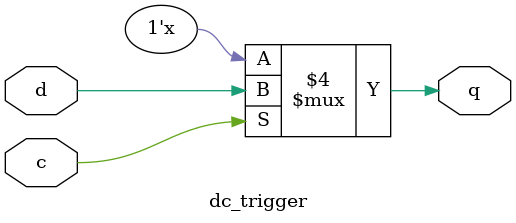
<source format=v>
`timescale 1ns / 1ps
module dc_trigger(
	input d,
	input c,
	output reg q
    );
	 
	 initial
	 begin
		q = 0;
	end

	always @ (d)
	begin
		if (c)
			q = d;
	end

endmodule

</source>
